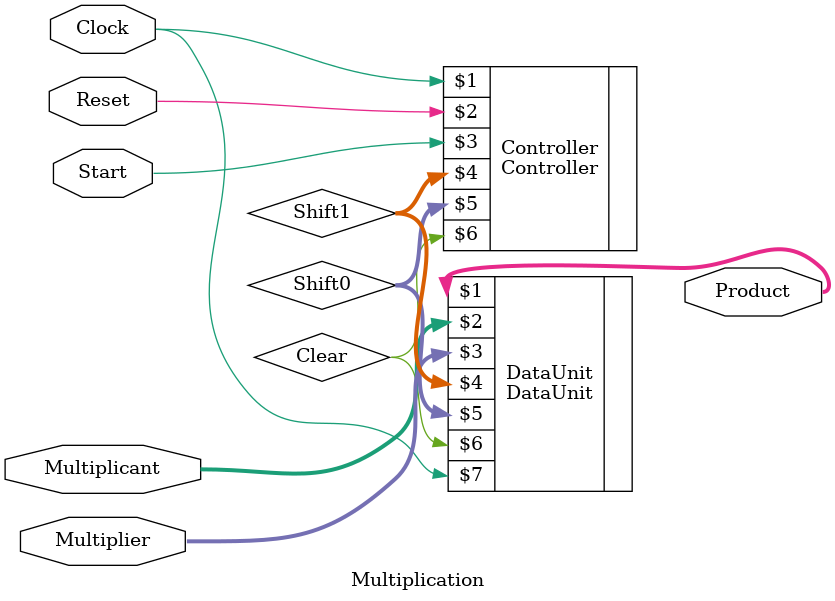
<source format=v>
`timescale 1ns / 1ps
module Multiplication(Clock, Reset, Start, Multiplicant, Multiplier, Product);
	input Clock, Reset, Start;
	input [3:0] Multiplicant;
	input [3:0] Multiplier;
	output [7:0] Product;
	
	wire [2:0] Shift0;
	wire [2:0] Shift1;
	wire Clear;

	Controller Controller(Clock, Reset, Start, Shift1, Shift0, Clear);
	DataUnit DataUnit(Product, Multiplicant, Multiplier, Shift1, Shift0, Clear, Clock);
endmodule

</source>
